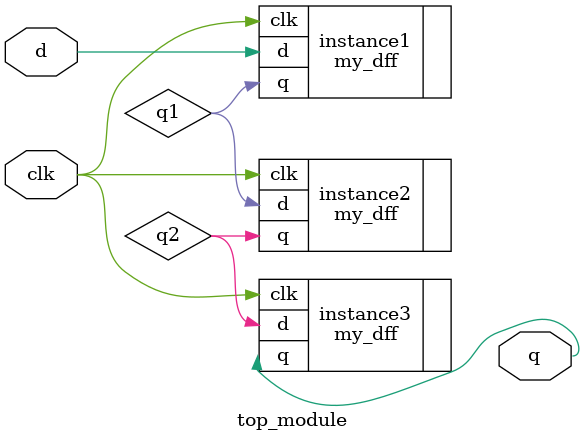
<source format=v>
module top_module ( input clk, input d, output q );
	wire q1;
    wire q2;
    
    my_dff instance1(.clk(clk), .d(d), .q(q1));
    my_dff instance2(.clk(clk), .d(q1), .q(q2));
    my_dff instance3(.clk(clk), .d(q2), .q(q));
    
endmodule

</source>
